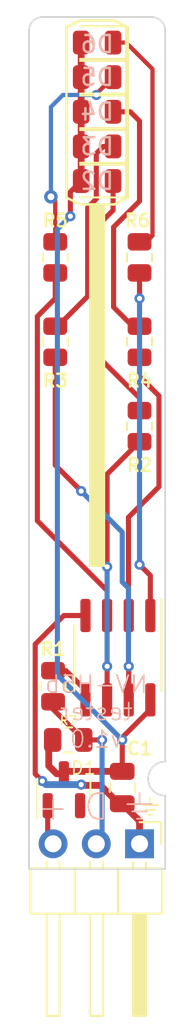
<source format=kicad_pcb>
(kicad_pcb (version 20211014) (generator pcbnew)
  (layers (0 "F.Cu" signal) (31 "B.Cu" signal) (34 "B.Paste" user) (35 "F.Paste" user) (36 "B.SilkS" user "B.Silkscreen") (37 "F.SilkS" user "F.Silkscreen") (38 "B.Mask" user) (39 "F.Mask" user) (44 "Edge.Cuts" user))
  (net 0 "")
  (net 1 "VCC")
  (net 2 "GND")
  (net 3 "Net-(D1-Pad1)")
  (net 5 "/DATA_IN")
  (net 6 "/LED_YEL_BOT")
  (net 7 "/LED_WHITE")
  (net 8 "/LED_RED")
  (net 9 "/LED_GR")
  (net 10 "/LED_YEL_TOP")
  (net 11 "/dDATA_IN")
  (net 12 "/dLED_YEL_BOT")
  (net 13 "/dLED_WHITE")
  (net 14 "/dLED_RED")
  (net 15 "/dLED_GR")
  (net 16 "/dLED_YEL_TOP")
  (footprint "Resistor_SMD:R_0805_2012Metric" (layer "F.Cu") (at 121.412 119.2765 90)
    (fp_text reference "R1" (at 2.1825 0 180) (layer "F.SilkS") (effects (font (size 0.75 0.75))))
    (fp_text value "1k")
    (fp_line (start -0.227064 0.735) (end 0.227064 0.735) (layer "F.SilkS") (width 0.12))
    (fp_line (start -0.227064 -0.735) (end 0.227064 -0.735) (layer "F.SilkS") (width 0.12))
    (pad "1" smd roundrect (at -0.9125 0 90) (size 1.025 1.4) (layers "F.Cu" "F.Paste" "F.Mask") (roundrect_rratio 0.243902) (net 5 "/DATA_IN"))
    (pad "2" smd roundrect (at 0.9125 0 90) (size 1.025 1.4) (layers "F.Cu" "F.Paste" "F.Mask") (roundrect_rratio 0.243902) (net 11 "/dDATA_IN"))
  )
  (footprint "Resistor_SMD:R_0805_2012Metric" (layer "F.Cu") (at 121.539 94.107 -90)
    (fp_text reference "R5" (at -2.159 0 180) (layer "F.SilkS") (effects (font (size 0.75 0.75))))
    (fp_text value "4k7")
    (fp_line (start -0.227064 -0.735) (end 0.227064 -0.735) (layer "F.SilkS") (width 0.12))
    (fp_line (start -0.227064 0.735) (end 0.227064 0.735) (layer "F.SilkS") (width 0.12))
    (pad "1" smd roundrect (at -0.9125 0 270) (size 1.025 1.4) (layers "F.Cu" "F.Paste" "F.Mask") (roundrect_rratio 0.243902) (net 9 "/LED_GR"))
    (pad "2" smd roundrect (at 0.9125 0 270) (size 1.025 1.4) (layers "F.Cu" "F.Paste" "F.Mask") (roundrect_rratio 0.243902) (net 15 "/dLED_GR"))
  )
  (footprint "Package_TO_SOT_SMD:SOT-23" (layer "F.Cu") (at 122.047 125.349 90)
    (fp_text reference "D1" (at 1.27 1.143 180) (layer "F.SilkS") (effects (font (size 0.75 0.75) (thickness 0.1))))
    (fp_text value "BAT54")
    (fp_line (start 0 1.56) (end 0.65 1.56) (layer "F.SilkS") (width 0.12))
    (fp_line (start 0 1.56) (end -0.65 1.56) (layer "F.SilkS") (width 0.12))
    (fp_line (start 0 -1.56) (end -1.675 -1.56) (layer "F.SilkS") (width 0.12))
    (fp_line (start 0 -1.56) (end 0.65 -1.56) (layer "F.SilkS") (width 0.12))
    (pad "1" smd roundrect (at -0.9375 -0.95 90) (size 1.475 0.6) (layers "F.Cu" "F.Paste" "F.Mask") (net 3 "Net-(D1-Pad1)"))
    (pad "2" smd roundrect (at -0.9375 0.95 90) (size 1.475 0.6) (layers "F.Cu" "F.Paste" "F.Mask"))
    (pad "3" smd roundrect (at 0.9375 0 90) (size 1.475 0.6) (layers "F.Cu" "F.Paste" "F.Mask") (net 1 "VCC"))
  )
  (footprint "Resistor_SMD:R_0805_2012Metric" (layer "F.Cu") (at 126.492 94.107 -90)
    (fp_text reference "R6" (at -2.159 0.127) (layer "F.SilkS") (effects (font (size 0.75 0.75))))
    (fp_text value "4k7")
    (fp_line (start -0.227064 0.735) (end 0.227064 0.735) (layer "F.SilkS") (width 0.12))
    (fp_line (start -0.227064 -0.735) (end 0.227064 -0.735) (layer "F.SilkS") (width 0.12))
    (pad "1" smd roundrect (at -0.9125 0 270) (size 1.025 1.4) (layers "F.Cu" "F.Paste" "F.Mask") (roundrect_rratio 0.243902) (net 10 "/LED_YEL_TOP"))
    (pad "2" smd roundrect (at 0.9125 0 270) (size 1.025 1.4) (layers "F.Cu" "F.Paste" "F.Mask") (roundrect_rratio 0.243902) (net 16 "/dLED_YEL_TOP"))
  )
  (footprint "Resistor_SMD:R_0805_2012Metric" (layer "F.Cu") (at 122.301 122.428)
    (fp_text reference "R7" (at 0 -1.143) (layer "F.SilkS") (effects (font (size 0.5 0.5) (thickness 0.1))))
    (fp_text value "10k")
    (fp_line (start -0.227064 0.735) (end 0.227064 0.735) (layer "F.SilkS") (width 0.12))
    (fp_line (start -0.227064 -0.735) (end 0.227064 -0.735) (layer "F.SilkS") (width 0.12))
    (pad "1" smd roundrect (at -0.9125 0) (size 1.025 1.4) (layers "F.Cu" "F.Paste" "F.Mask") (roundrect_rratio 0.243902) (net 1 "VCC"))
    (pad "2" smd roundrect (at 0.9125 0) (size 1.025 1.4) (layers "F.Cu" "F.Paste" "F.Mask") (roundrect_rratio 0.243902) (net 5 "/DATA_IN"))
  )
  (footprint "LED_SMD:LED_0805_2012Metric" (layer "F.Cu") (at 124 81.5 180)
    (fp_text reference "D6" (at 0 -0.1) (layer "B.SilkS") (effects (justify mirror)))
    (fp_text value "YELLOW")
    (fp_line (start 1 -0.96) (end -1.685 -0.96) (layer "F.SilkS") (width 0.12))
    (fp_line (start -1.685 0.96) (end 1 0.96) (layer "F.SilkS") (width 0.12))
    (fp_line (start -1.685 -0.96) (end -1.685 0.96) (layer "F.SilkS") (width 0.12))
    (pad "1" smd roundrect (at -0.9375 0 180) (size 0.975 1.4) (layers "F.Cu" "F.Paste" "F.Mask") (net 10 "/LED_YEL_TOP"))
    (pad "2" smd roundrect (at 0.9375 0 180) (size 0.975 1.4) (layers "F.Cu" "F.Paste" "F.Mask") (net 1 "VCC"))
  )
  (footprint "LED_SMD:LED_0805_2012Metric" (layer "F.Cu") (at 124 89.628 180)
    (fp_text reference "D2" (at 0 0) (layer "B.SilkS") (effects (justify mirror)))
    (fp_text value "YELLOW")
    (fp_line (start 1 -0.96) (end -1.685 -0.96) (layer "F.SilkS") (width 0.12))
    (fp_line (start -1.685 0.96) (end 1 0.96) (layer "F.SilkS") (width 0.12))
    (fp_line (start -1.685 -0.96) (end -1.685 0.96) (layer "F.SilkS") (width 0.12))
    (pad "1" smd roundrect (at -0.9375 0 180) (size 0.975 1.4) (layers "F.Cu" "F.Paste" "F.Mask") (net 6 "/LED_YEL_BOT"))
    (pad "2" smd roundrect (at 0.9375 0 180) (size 0.975 1.4) (layers "F.Cu" "F.Paste" "F.Mask") (net 1 "VCC"))
  )
  (footprint "Connector_PinHeader_2.54mm:PinHeader_1x03_P2.54mm_Horizontal" (layer "F.Cu") (at 126.492 128.524 -90)
    (fp_text reference "J1" hide)
    (fp_text value "PSH02-03")
    (fp_line (start 4.1 2.16) (end 10.1 2.16) (layer "F.SilkS") (width 0.12))
    (fp_line (start 4.1 -0.08) (end 10.1 -0.08) (layer "F.SilkS") (width 0.12))
    (fp_line (start 1.042929 2.92) (end 1.44 2.92) (layer "F.SilkS") (width 0.12))
    (fp_line (start 1.44 6.41) (end 4.1 6.41) (layer "F.SilkS") (width 0.12))
    (fp_line (start 4.1 0.04) (end 10.1 0.04) (layer "F.SilkS") (width 0.12))
    (fp_line (start 4.1 -1.33) (end 1.44 -1.33) (layer "F.SilkS") (width 0.12))
    (fp_line (start 4.1 -0.32) (end 10.1 -0.32) (layer "F.SilkS") (width 0.12))
    (fp_line (start 1.042929 2.16) (end 1.44 2.16) (layer "F.SilkS") (width 0.12))
    (fp_line (start -1.27 0) (end -1.27 -1.27) (layer "F.SilkS") (width 0.12))
    (fp_line (start 1.44 3.81) (end 4.1 3.81) (layer "F.SilkS") (width 0.12))
    (fp_line (start 1.042929 5.46) (end 1.44 5.46) (layer "F.SilkS") (width 0.12))
    (fp_line (start 1.11 0.38) (end 1.44 0.38) (layer "F.SilkS") (width 0.12))
    (fp_line (start 4.1 0.16) (end 10.1 0.16) (layer "F.SilkS") (width 0.12))
    (fp_line (start 10.1 -0.38) (end 10.1 0.38) (layer "F.SilkS") (width 0.12))
    (fp_line (start 4.1 -0.2) (end 10.1 -0.2) (layer "F.SilkS") (width 0.12))
    (fp_line (start 1.44 -1.33) (end 1.44 6.41) (layer "F.SilkS") (width 0.12))
    (fp_line (start 4.1 6.41) (end 4.1 -1.33) (layer "F.SilkS") (width 0.12))
    (fp_line (start 10.1 5.46) (end 4.1 5.46) (layer "F.SilkS") (width 0.12))
    (fp_line (start 10.1 2.16) (end 10.1 2.92) (layer "F.SilkS") (width 0.12))
    (fp_line (start 1.11 -0.38) (end 1.44 -0.38) (layer "F.SilkS") (width 0.12))
    (fp_line (start 4.1 4.7) (end 10.1 4.7) (layer "F.SilkS") (width 0.12))
    (fp_line (start 1.44 1.27) (end 4.1 1.27) (layer "F.SilkS") (width 0.12))
    (fp_line (start 10.1 2.92) (end 4.1 2.92) (layer "F.SilkS") (width 0.12))
    (fp_line (start 4.1 -0.38) (end 10.1 -0.38) (layer "F.SilkS") (width 0.12))
    (fp_line (start -1.27 -1.27) (end 0 -1.27) (layer "F.SilkS") (width 0.12))
    (fp_line (start 10.1 4.7) (end 10.1 5.46) (layer "F.SilkS") (width 0.12))
    (fp_line (start 10.1 0.38) (end 4.1 0.38) (layer "F.SilkS") (width 0.12))
    (fp_line (start 1.042929 4.7) (end 1.44 4.7) (layer "F.SilkS") (width 0.12))
    (fp_line (start 4.1 0.28) (end 10.1 0.28) (layer "F.SilkS") (width 0.12))
    (pad "1" thru_hole rect (at 0 0 270) (size 1.7 1.7) (drill 1) (layers *.Cu *.Mask) (net 2 "GND"))
    (pad "2" thru_hole oval (at 0 2.54 270) (size 1.7 1.7) (drill 1) (layers *.Cu *.Mask) (net 5 "/DATA_IN"))
    (pad "3" thru_hole oval (at 0 5.08 270) (size 1.7 1.7) (drill 1) (layers *.Cu *.Mask) (net 3 "Net-(D1-Pad1)"))
  )
  (footprint "LED_SMD:LED_0805_2012Metric" (layer "F.Cu") (at 124 85.564 180)
    (fp_text reference "D4" (at 0 0) (layer "B.SilkS") (effects (justify mirror)))
    (fp_text value "RED")
    (fp_line (start -1.685 -0.96) (end -1.685 0.96) (layer "F.SilkS") (width 0.12))
    (fp_line (start 1 -0.96) (end -1.685 -0.96) (layer "F.SilkS") (width 0.12))
    (fp_line (start -1.685 0.96) (end 1 0.96) (layer "F.SilkS") (width 0.12))
    (pad "1" smd roundrect (at -0.9375 0 180) (size 0.975 1.4) (layers "F.Cu" "F.Paste" "F.Mask") (net 8 "/LED_RED"))
    (pad "2" smd roundrect (at 0.9375 0 180) (size 0.975 1.4) (layers "F.Cu" "F.Paste" "F.Mask") (net 1 "VCC"))
  )
  (footprint "Resistor_SMD:R_0805_2012Metric" (layer "F.Cu") (at 121.539 99.06 -90)
    (fp_text reference "R3" (at 2.286 0 -180) (layer "F.SilkS") (effects (font (size 0.75 0.75))))
    (fp_text value "4k7")
    (fp_line (start -0.227064 -0.735) (end 0.227064 -0.735) (layer "F.SilkS") (width 0.12))
    (fp_line (start -0.227064 0.735) (end 0.227064 0.735) (layer "F.SilkS") (width 0.12))
    (pad "1" smd roundrect (at -0.9125 0 270) (size 1.025 1.4) (layers "F.Cu" "F.Paste" "F.Mask") (roundrect_rratio 0.243902) (net 7 "/LED_WHITE"))
    (pad "2" smd roundrect (at 0.9125 0 270) (size 1.025 1.4) (layers "F.Cu" "F.Paste" "F.Mask") (roundrect_rratio 0.243902) (net 13 "/dLED_WHITE"))
  )
  (footprint "LED_SMD:LED_0805_2012Metric" (layer "F.Cu") (at 124 87.596 180)
    (fp_text reference "D3" (at 0 -0.004) (layer "B.SilkS") (effects (justify mirror)))
    (fp_text value "WHITE")
    (fp_line (start 1 -0.96) (end -1.685 -0.96) (layer "F.SilkS") (width 0.12))
    (fp_line (start -1.685 -0.96) (end -1.685 0.96) (layer "F.SilkS") (width 0.12))
    (fp_line (start -1.685 0.96) (end 1 0.96) (layer "F.SilkS") (width 0.12))
    (pad "1" smd roundrect (at -0.9375 0 180) (size 0.975 1.4) (layers "F.Cu" "F.Paste" "F.Mask") (net 7 "/LED_WHITE"))
    (pad "2" smd roundrect (at 0.9375 0 180) (size 0.975 1.4) (layers "F.Cu" "F.Paste" "F.Mask") (net 1 "VCC"))
  )
  (footprint "LED_SMD:LED_0805_2012Metric" (layer "F.Cu") (at 124 83.532 180)
    (fp_text reference "D5" (at 0 0) (layer "B.SilkS") (effects (justify mirror)))
    (fp_text value "GREEN")
    (fp_line (start -1.685 -0.96) (end -1.685 0.96) (layer "F.SilkS") (width 0.12))
    (fp_line (start 1 -0.96) (end -1.685 -0.96) (layer "F.SilkS") (width 0.12))
    (fp_line (start -1.685 0.96) (end 1 0.96) (layer "F.SilkS") (width 0.12))
    (pad "1" smd roundrect (at -0.9375 0 180) (size 0.975 1.4) (layers "F.Cu" "F.Paste" "F.Mask") (net 9 "/LED_GR"))
    (pad "2" smd roundrect (at 0.9375 0 180) (size 0.975 1.4) (layers "F.Cu" "F.Paste" "F.Mask") (net 1 "VCC"))
  )
  (footprint "Capacitor_SMD:C_0805_2012Metric" (layer "F.Cu") (at 125.476 125.222 -90)
    (fp_text reference "C1" (at -2.286 -1.016 180) (layer "F.SilkS") (effects (font (size 0.75 0.75))))
    (fp_text value "1u")
    (fp_line (start -0.261252 0.735) (end 0.261252 0.735) (layer "F.SilkS") (width 0.12))
    (fp_line (start -0.261252 -0.735) (end 0.261252 -0.735) (layer "F.SilkS") (width 0.12))
    (pad "1" smd roundrect (at -0.95 0 270) (size 1 1.45) (layers "F.Cu" "F.Paste" "F.Mask") (net 1 "VCC"))
    (pad "2" smd roundrect (at 0.95 0 270) (size 1 1.45) (layers "F.Cu" "F.Paste" "F.Mask") (net 2 "GND"))
  )
  (footprint "Resistor_SMD:R_0805_2012Metric" (layer "F.Cu") (at 126.492 99.06 -90)
    (fp_text reference "R4" (at 2.286 0 180) (layer "F.SilkS") (effects (font (size 0.75 0.75))))
    (fp_text value "4k7")
    (fp_line (start -0.227064 -0.735) (end 0.227064 -0.735) (layer "F.SilkS") (width 0.12))
    (fp_line (start -0.227064 0.735) (end 0.227064 0.735) (layer "F.SilkS") (width 0.12))
    (pad "1" smd roundrect (at -0.9125 0 270) (size 1.025 1.4) (layers "F.Cu" "F.Paste" "F.Mask") (roundrect_rratio 0.243902) (net 8 "/LED_RED"))
    (pad "2" smd roundrect (at 0.9125 0 270) (size 1.025 1.4) (layers "F.Cu" "F.Paste" "F.Mask") (roundrect_rratio 0.243902) (net 14 "/dLED_RED"))
  )
  (footprint "Resistor_SMD:R_0805_2012Metric" (layer "F.Cu") (at 126.492 104.013 90)
    (fp_text reference "R2" (at -2.286 0 180) (layer "F.SilkS") (effects (font (size 0.75 0.75))))
    (fp_text value "4k7")
    (fp_line (start -0.227064 -0.735) (end 0.227064 -0.735) (layer "F.SilkS") (width 0.12))
    (fp_line (start -0.227064 0.735) (end 0.227064 0.735) (layer "F.SilkS") (width 0.12))
    (pad "1" smd roundrect (at -0.9125 0 90) (size 1.025 1.4) (layers "F.Cu" "F.Paste" "F.Mask") (roundrect_rratio 0.243902) (net 12 "/dLED_YEL_BOT"))
    (pad "2" smd roundrect (at 0.9125 0 90) (size 1.025 1.4) (layers "F.Cu" "F.Paste" "F.Mask") (roundrect_rratio 0.243902) (net 6 "/LED_YEL_BOT"))
  )
  (footprint "Package_SO:SOIC-8_3.9x4.9mm_P1.27mm" (layer "F.Cu") (at 125.222 117.602 -90)
    (fp_text reference "U1" hide)
    (fp_text value "ATtiny25-20SS")
    (fp_line (start 0 2.56) (end 1.95 2.56) (layer "F.SilkS") (width 0.12))
    (fp_line (start 0 -2.56) (end -3.45 -2.56) (layer "F.SilkS") (width 0.12))
    (fp_line (start 0 2.56) (end -1.95 2.56) (layer "F.SilkS") (width 0.12))
    (fp_line (start 0 -2.56) (end 1.95 -2.56) (layer "F.SilkS") (width 0.12))
    (pad "1" smd roundrect (at -2.475 -1.905 270) (size 1.95 0.6) (layers "F.Cu" "F.Paste" "F.Mask") (net 16 "/dLED_YEL_TOP"))
    (pad "2" smd roundrect (at -2.475 -0.635 270) (size 1.95 0.6) (layers "F.Cu" "F.Paste" "F.Mask") (net 14 "/dLED_RED"))
    (pad "3" smd roundrect (at -2.475 0.635 270) (size 1.95 0.6) (layers "F.Cu" "F.Paste" "F.Mask") (net 15 "/dLED_GR"))
    (pad "4" smd roundrect (at -2.475 1.905 270) (size 1.95 0.6) (layers "F.Cu" "F.Paste" "F.Mask") (net 2 "GND"))
    (pad "5" smd roundrect (at 2.475 1.905 270) (size 1.95 0.6) (layers "F.Cu" "F.Paste" "F.Mask") (net 11 "/dDATA_IN"))
    (pad "6" smd roundrect (at 2.475 0.635 270) (size 1.95 0.6) (layers "F.Cu" "F.Paste" "F.Mask") (net 12 "/dLED_YEL_BOT"))
    (pad "7" smd roundrect (at 2.475 -0.635 270) (size 1.95 0.6) (layers "F.Cu" "F.Paste" "F.Mask") (net 13 "/dLED_WHITE"))
    (pad "8" smd roundrect (at 2.475 -1.905 270) (size 1.95 0.6) (layers "F.Cu" "F.Paste" "F.Mask") (net 1 "VCC"))
  )
  (gr_line (start 123 80.2) (end 122.2 80.6) (layer "F.SilkS") (width 0.15))
  (gr_line (start 123 91) (end 122.2 90.6) (layer "F.SilkS") (width 0.15))
  (gr_line (start 125 91) (end 123 91) (layer "F.SilkS") (width 0.15))
  (gr_line (start 125 80.2) (end 125.8 80.6) (layer "F.SilkS") (width 0.15))
  (gr_line (start 122.2 80.6) (end 122.2 90.6) (layer "F.SilkS") (width 0.15))
  (gr_rect (start 123.6 91) (end 124.4 112.2) (layer "F.SilkS") (width 0.15) (fill solid))
  (gr_line (start 123 80.2) (end 125 80.2) (layer "F.SilkS") (width 0.15))
  (gr_line (start 125 91) (end 125.8 90.6) (layer "F.SilkS") (width 0.15))
  (gr_line (start 125.8 80.6) (end 125.8 90.6) (layer "F.SilkS") (width 0.15))
  (gr_arc (start 120 80.8) (mid 120.234315 80.234315) (end 120.8 80) (layer "Edge.Cuts") (width 0.1))
  (gr_line (start 128 80.8) (end 128 123.7) (layer "Edge.Cuts") (width 0.1))
  (gr_arc (start 127.2 80) (mid 127.765685 80.234315) (end 128 80.8) (layer "Edge.Cuts") (width 0.1))
  (gr_line (start 120 130) (end 128 130) (layer "Edge.Cuts") (width 0.1))
  (gr_line (start 128 130) (end 128 125.7) (layer "Edge.Cuts") (width 0.1))
  (gr_line (start 120.8 80) (end 127.2 80) (layer "Edge.Cuts") (width 0.1))
  (gr_arc (start 128 125.7) (mid 127 124.7) (end 128 123.7) (layer "Edge.Cuts") (width 0.1))
  (gr_line (start 120 130) (end 120 80.8) (layer "Edge.Cuts") (width 0.1))
  (gr_text "D" (at 123.952 126.365) (layer "B.SilkS") (effects (font (size 1.5 1.5) (thickness 0.1)) (justify mirror)))
  (gr_text "⏚" (at 126.492 126.365) (layer "B.SilkS") (effects (font (size 1.5 1.5) (thickness 0.1)) (justify mirror)))
  (gr_text "NV-H5b\ntester\nv1.0" (at 123.952 120.777) (layer "B.SilkS") (effects (font (size 1 1) (thickness 0.1)) (justify mirror)))
  (gr_text "+" (at 121.412 126.365) (layer "B.SilkS") (effects (font (size 1.5 1.5) (thickness 0.1)) (justify mirror)))
  (gr_text "⏚" (at 127.127 126.365) (layer "F.SilkS") (effects (font (size 1 1) (thickness 0.1))))
  (segment (start 121.6175 124.4115) (end 121.158 123.952) (width 0.4) (layer "F.Cu") (net 1))
  (segment (start 123.0625 81.5) (end 123.0625 89.628) (width 0.4) (layer "F.Cu") (net 1))
  (segment (start 121.3885 122.428) (end 121.158 122.6585) (width 0.4) (layer "F.Cu") (net 1))
  (segment (start 122.428 91.694) (end 122.428 90.2625) (width 0.3) (layer "F.Cu") (net 1))
  (segment (start 121.158 122.6585) (end 121.158 123.952) (width 0.4) (layer "F.Cu") (net 1))
  (segment (start 125.476 122.287472) (end 125.476 122.428) (width 0.3) (layer "F.Cu") (net 1))
  (segment (start 125.476 122.428) (end 125.476 124.272) (width 0.3) (layer "F.Cu") (net 1))
  (segment (start 127.127 120.077) (end 127.127 120.636472) (width 0.3) (layer "F.Cu") (net 1))
  (segment (start 127.127 120.636472) (end 125.476 122.287472) (width 0.3) (layer "F.Cu") (net 1))
  (segment (start 122.047 124.4115) (end 121.6175 124.4115) (width 0.4) (layer "F.Cu") (net 1))
  (segment (start 125.476 124.272) (end 123.002 124.272) (width 0.4) (layer "F.Cu") (net 1))
  (segment (start 122.1865 124.272) (end 122.047 124.4115) (width 0.4) (layer "F.Cu") (net 1))
  (segment (start 123.002 124.272) (end 122.1865 124.272) (width 0.4) (layer "F.Cu") (net 1))
  (segment (start 122.428 90.2625) (end 123.0625 89.628) (width 0.3) (layer "F.Cu") (net 1))
  (via (at 125.476 122.428) (size 0.6) (drill 0.3) (layers "F.Cu" "B.Cu") (net 1))
  (via (at 122.428 91.694) (size 0.6) (drill 0.3) (layers "F.Cu" "B.Cu") (net 1))
  (segment (start 125.476 122.428) (end 121.666 118.618) (width 0.3) (layer "B.Cu") (net 1))
  (segment (start 121.666 92.456) (end 122.428 91.694) (width 0.3) (layer "B.Cu") (net 1))
  (segment (start 121.666 118.618) (end 121.666 92.456) (width 0.3) (layer "B.Cu") (net 1))
  (segment (start 125.476 126.172) (end 125.283 126.172) (width 0.4) (layer "F.Cu") (net 2))
  (segment (start 120.777 124.841) (end 120.362 124.426) (width 0.3) (layer "F.Cu") (net 2))
  (segment (start 125.283 126.172) (end 124.206 125.095) (width 0.4) (layer "F.Cu") (net 2))
  (segment (start 126.492 128.524) (end 126.492 127.188) (width 0.4) (layer "F.Cu") (net 2))
  (segment (start 126.492 127.188) (end 125.476 126.172) (width 0.4) (layer "F.Cu") (net 2))
  (segment (start 120.362 124.426) (end 120.362 116.8105) (width 0.3) (layer "F.Cu") (net 2))
  (segment (start 120.362 116.8105) (end 122.0455 115.127) (width 0.3) (layer "F.Cu") (net 2))
  (segment (start 122.0455 115.127) (end 123.063 115.127) (width 0.3) (layer "F.Cu") (net 2))
  (segment (start 123.063 125.095) (end 123.063 125.0495) (width 0.4) (layer "F.Cu") (net 2))
  (segment (start 124.206 125.095) (end 123.063 125.095) (width 0.4) (layer "F.Cu") (net 2))
  (via (at 123.063 125.0495) (size 0.6) (drill 0.3) (layers "F.Cu" "B.Cu") (net 2))
  (via (at 120.777 124.841) (size 0.6) (drill 0.3) (layers "F.Cu" "B.Cu") (net 2))
  (segment (start 120.777 124.841) (end 120.9855 125.0495) (width 0.4) (layer "B.Cu") (net 2))
  (segment (start 120.9855 125.0495) (end 123.063 125.0495) (width 0.4) (layer "B.Cu") (net 2))
  (segment (start 121.097 126.2865) (end 121.097 128.209) (width 0.3) (layer "F.Cu") (net 3))
  (segment (start 121.097 128.209) (end 121.412 128.524) (width 0.3) (layer "F.Cu") (net 3))
  (segment (start 121.412 120.189) (end 121.412 120.6265) (width 0.25) (layer "F.Cu") (net 5))
  (segment (start 121.412 120.6265) (end 123.2135 122.428) (width 0.3) (layer "F.Cu") (net 5))
  (segment (start 123.2135 122.428) (end 124.29 122.428) (width 0.3) (layer "F.Cu") (net 5))
  (via (at 124.29 122.428) (size 0.6) (drill 0.3) (layers "F.Cu" "B.Cu") (net 5))
  (segment (start 124.29 128.186) (end 124.29 122.428) (width 0.3) (layer "B.Cu") (net 5))
  (segment (start 123.952 128.524) (end 124.29 128.186) (width 0.3) (layer "B.Cu") (net 5))
  (segment (start 124.079 99.949) (end 124.079 92.202) (width 0.3) (layer "F.Cu") (net 6))
  (segment (start 126.492 103.1005) (end 126.492 102.362) (width 0.3) (layer "F.Cu") (net 6))
  (segment (start 126.492 102.362) (end 124.079 99.949) (width 0.3) (layer "F.Cu") (net 6))
  (segment (start 124.079 92.202) (end 124.9375 91.3435) (width 0.3) (layer "F.Cu") (net 6))
  (segment (start 124.9375 91.3435) (end 124.9375 89.628) (width 0.3) (layer "F.Cu") (net 6))
  (segment (start 123.952 90.678) (end 123.952 88.011) (width 0.3) (layer "F.Cu") (net 7))
  (segment (start 123.444 91.186) (end 123.952 90.678) (width 0.3) (layer "F.Cu") (net 7))
  (segment (start 123.952 88.011) (end 124.367 87.596) (width 0.3) (layer "F.Cu") (net 7))
  (segment (start 123.444 96.393) (end 123.444 91.186) (width 0.3) (layer "F.Cu") (net 7))
  (segment (start 121.6895 98.1475) (end 123.444 96.393) (width 0.3) (layer "F.Cu") (net 7))
  (segment (start 121.539 98.1475) (end 121.6895 98.1475) (width 0.3) (layer "F.Cu") (net 7))
  (segment (start 124.367 87.596) (end 124.9375 87.596) (width 0.3) (layer "F.Cu") (net 7))
  (segment (start 125.95 85.564) (end 124.9375 85.564) (width 0.3) (layer "F.Cu") (net 8))
  (segment (start 126.0875 98.1475) (end 124.968 97.028) (width 0.3) (layer "F.Cu") (net 8))
  (segment (start 126.492 86.106) (end 125.95 85.564) (width 0.3) (layer "F.Cu") (net 8))
  (segment (start 126.492 90.805) (end 126.492 86.106) (width 0.3) (layer "F.Cu") (net 8))
  (segment (start 126.492 98.1475) (end 126.0875 98.1475) (width 0.3) (layer "F.Cu") (net 8))
  (segment (start 124.968 97.028) (end 124.968 92.329) (width 0.3) (layer "F.Cu") (net 8))
  (segment (start 124.968 92.329) (end 126.492 90.805) (width 0.3) (layer "F.Cu") (net 8))
  (segment (start 123.960174 84.509326) (end 124.9375 83.532) (width 0.25) (layer "F.Cu") (net 9))
  (segment (start 123.960174 84.575345) (end 123.960174 84.509326) (width 0.25) (layer "F.Cu") (net 9))
  (segment (start 121.539 90.805) (end 121.285 90.551) (width 0.25) (layer "F.Cu") (net 9))
  (segment (start 121.539 93.1945) (end 121.539 90.805) (width 0.25) (layer "F.Cu") (net 9))
  (via (at 123.960174 84.575345) (size 0.6) (drill 0.3) (layers "F.Cu" "B.Cu") (net 9))
  (via (at 121.285 90.551) (size 0.8) (drill 0.4) (layers "F.Cu" "B.Cu") (net 9))
  (segment (start 121.990155 84.575345) (end 123.960174 84.575345) (width 0.25) (layer "B.Cu") (net 9))
  (segment (start 121.285 90.551) (end 121.285 85.2805) (width 0.25) (layer "B.Cu") (net 9))
  (segment (start 121.285 85.2805) (end 121.990155 84.575345) (width 0.25) (layer "B.Cu") (net 9))
  (segment (start 125.69775 81.5) (end 127.254 83.05625) (width 0.25) (layer "F.Cu") (net 10))
  (segment (start 126.8965 93.1945) (end 126.492 93.1945) (width 0.25) (layer "F.Cu") (net 10))
  (segment (start 127.254 83.05625) (end 127.254 92.837) (width 0.25) (layer "F.Cu") (net 10))
  (segment (start 127.254 92.837) (end 126.8965 93.1945) (width 0.25) (layer "F.Cu") (net 10))
  (segment (start 124.9375 81.5) (end 125.69775 81.5) (width 0.25) (layer "F.Cu") (net 10))
  (segment (start 122.174 118.364) (end 123.317 119.507) (width 0.3) (layer "F.Cu") (net 11))
  (segment (start 121.412 118.364) (end 122.174 118.364) (width 0.3) (layer "F.Cu") (net 11))
  (segment (start 123.317 119.507) (end 123.317 120.077) (width 0.3) (layer "F.Cu") (net 11))
  (segment (start 124.587 112.268) (end 124.587 106.8305) (width 0.3) (layer "F.Cu") (net 12))
  (segment (start 124.587 120.077) (end 124.587 118.11) (width 0.3) (layer "F.Cu") (net 12))
  (segment (start 124.587 106.8305) (end 126.492 104.9255) (width 0.3) (layer "F.Cu") (net 12))
  (via (at 124.587 112.268) (size 0.6) (drill 0.3) (layers "F.Cu" "B.Cu") (net 12))
  (via (at 124.587 118.11) (size 0.6) (drill 0.3) (layers "F.Cu" "B.Cu") (net 12))
  (segment (start 124.587 112.268) (end 124.587 118.11) (width 0.3) (layer "B.Cu") (net 12))
  (segment (start 121.539 106.299) (end 123.063 107.823) (width 0.3) (layer "F.Cu") (net 13))
  (segment (start 121.539 99.9725) (end 121.539 106.299) (width 0.3) (layer "F.Cu") (net 13))
  (segment (start 125.857 120.077) (end 125.857 118.11) (width 0.3) (layer "F.Cu") (net 13))
  (via (at 125.857 118.11) (size 0.6) (drill 0.3) (layers "F.Cu" "B.Cu") (net 13))
  (via (at 123.063 107.823) (size 0.6) (drill 0.3) (layers "F.Cu" "B.Cu") (net 13))
  (segment (start 125.476 110.236) (end 123.063 107.823) (width 0.3) (layer "B.Cu") (net 13))
  (segment (start 125.476 113.157) (end 125.476 110.236) (width 0.3) (layer "B.Cu") (net 13))
  (segment (start 125.842 118.095) (end 125.842 113.523) (width 0.3) (layer "B.Cu") (net 13))
  (segment (start 125.842 113.523) (end 125.476 113.157) (width 0.3) (layer "B.Cu") (net 13))
  (segment (start 125.857 118.11) (end 125.842 118.095) (width 0.3) (layer "B.Cu") (net 13))
  (segment (start 126.492 99.9725) (end 126.492 101.092) (width 0.3) (layer "F.Cu") (net 14))
  (segment (start 127.635 102.235) (end 127.635 107.569) (width 0.3) (layer "F.Cu") (net 14))
  (segment (start 127.635 107.569) (end 125.842 109.362) (width 0.3) (layer "F.Cu") (net 14))
  (segment (start 126.492 101.092) (end 127.635 102.235) (width 0.3) (layer "F.Cu") (net 14))
  (segment (start 125.842 115.112) (end 125.857 115.127) (width 0.3) (layer "F.Cu") (net 14))
  (segment (start 125.842 109.362) (end 125.842 115.112) (width 0.3) (layer "F.Cu") (net 14))
  (segment (start 121.539 95.0195) (end 121.539 96.52) (width 0.3) (layer "F.Cu") (net 15))
  (segment (start 124.587 113.665) (end 124.587 115.127) (width 0.3) (layer "F.Cu") (net 15))
  (segment (start 120.489 97.57) (end 120.489 109.567) (width 0.3) (layer "F.Cu") (net 15))
  (segment (start 120.489 109.567) (end 124.587 113.665) (width 0.3) (layer "F.Cu") (net 15))
  (segment (start 121.539 96.52) (end 120.489 97.57) (width 0.3) (layer "F.Cu") (net 15))
  (segment (start 127.127 112.776) (end 126.492 112.141) (width 0.3) (layer "F.Cu") (net 16))
  (segment (start 127.127 115.127) (end 127.127 112.776) (width 0.3) (layer "F.Cu") (net 16))
  (segment (start 126.492 95.0195) (end 126.492 96.52) (width 0.3) (layer "F.Cu") (net 16))
  (via (at 126.492 112.141) (size 0.6) (drill 0.3) (layers "F.Cu" "B.Cu") (net 16))
  (via (at 126.492 96.52) (size 0.6) (drill 0.3) (layers "F.Cu" "B.Cu") (net 16))
  (segment (start 126.492 96.52) (end 126.492 112.141) (width 0.3) (layer "B.Cu") (net 16))
)
</source>
